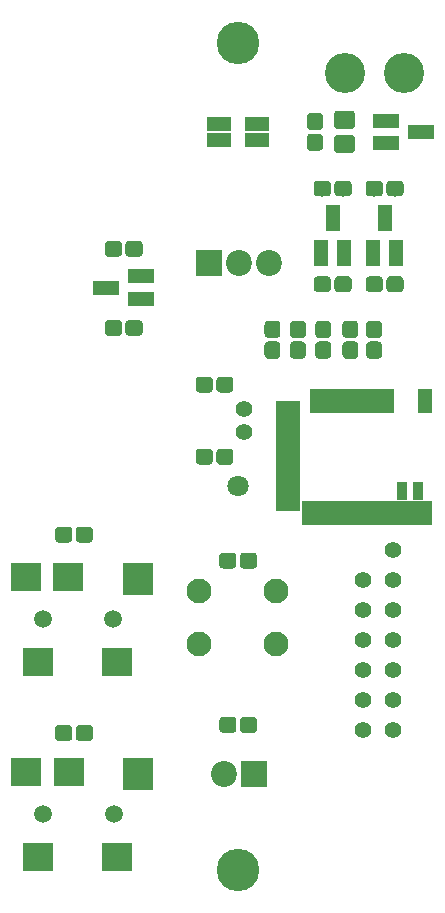
<source format=gts>
G04 #@! TF.GenerationSoftware,KiCad,Pcbnew,5.0.0-fee4fd1~66~ubuntu16.04.1*
G04 #@! TF.CreationDate,2018-09-26T19:19:20+05:30*
G04 #@! TF.ProjectId,senseBeRx_rev1,73656E7365426552785F726576312E6B,rev?*
G04 #@! TF.SameCoordinates,Original*
G04 #@! TF.FileFunction,Soldermask,Top*
G04 #@! TF.FilePolarity,Negative*
%FSLAX46Y46*%
G04 Gerber Fmt 4.6, Leading zero omitted, Abs format (unit mm)*
G04 Created by KiCad (PCBNEW 5.0.0-fee4fd1~66~ubuntu16.04.1) date Wed Sep 26 19:19:20 2018*
%MOMM*%
%LPD*%
G01*
G04 APERTURE LIST*
%ADD10C,1.400000*%
%ADD11C,1.800000*%
%ADD12C,3.400000*%
%ADD13R,2.600000X2.400000*%
%ADD14R,2.600000X2.800000*%
%ADD15C,1.500000*%
%ADD16C,0.100000*%
%ADD17C,1.350000*%
%ADD18R,2.000000X1.200000*%
%ADD19R,2.200000X2.200000*%
%ADD20C,2.200000*%
%ADD21C,3.600000*%
%ADD22R,2.300000X1.200000*%
%ADD23R,1.200000X2.300000*%
%ADD24C,2.100000*%
%ADD25R,0.900000X1.600000*%
%ADD26R,1.300000X2.000000*%
%ADD27R,0.900000X2.000000*%
%ADD28R,2.000000X0.900000*%
%ADD29C,1.550000*%
G04 APERTURE END LIST*
D10*
G04 #@! TO.C,P1*
X133070000Y-117880000D03*
X130530000Y-133120000D03*
X133070000Y-130580000D03*
X133070000Y-128040000D03*
X133070000Y-125500000D03*
X133070000Y-122960000D03*
X133070000Y-120420000D03*
X130530000Y-120420000D03*
X130530000Y-122960000D03*
X130530000Y-125500000D03*
X130530000Y-128040000D03*
X130530000Y-130580000D03*
X133070000Y-133120000D03*
G04 #@! TD*
D11*
G04 #@! TO.C,BT1*
X120000000Y-112500000D03*
D12*
X134000000Y-77500000D03*
X129000000Y-77500000D03*
G04 #@! TD*
D13*
G04 #@! TO.C,J2*
X103050000Y-143870000D03*
X109750000Y-143870000D03*
X102050000Y-136670000D03*
X105650000Y-136670000D03*
D14*
X111550000Y-136870000D03*
D15*
X109450000Y-140270000D03*
X103450000Y-140270000D03*
G04 #@! TD*
D16*
G04 #@! TO.C,R9*
G36*
X107395581Y-132726625D02*
X107428343Y-132731485D01*
X107460471Y-132739533D01*
X107491656Y-132750691D01*
X107521596Y-132764852D01*
X107550005Y-132781879D01*
X107576608Y-132801609D01*
X107601149Y-132823851D01*
X107623391Y-132848392D01*
X107643121Y-132874995D01*
X107660148Y-132903404D01*
X107674309Y-132933344D01*
X107685467Y-132964529D01*
X107693515Y-132996657D01*
X107698375Y-133029419D01*
X107700000Y-133062500D01*
X107700000Y-133737500D01*
X107698375Y-133770581D01*
X107693515Y-133803343D01*
X107685467Y-133835471D01*
X107674309Y-133866656D01*
X107660148Y-133896596D01*
X107643121Y-133925005D01*
X107623391Y-133951608D01*
X107601149Y-133976149D01*
X107576608Y-133998391D01*
X107550005Y-134018121D01*
X107521596Y-134035148D01*
X107491656Y-134049309D01*
X107460471Y-134060467D01*
X107428343Y-134068515D01*
X107395581Y-134073375D01*
X107362500Y-134075000D01*
X106587500Y-134075000D01*
X106554419Y-134073375D01*
X106521657Y-134068515D01*
X106489529Y-134060467D01*
X106458344Y-134049309D01*
X106428404Y-134035148D01*
X106399995Y-134018121D01*
X106373392Y-133998391D01*
X106348851Y-133976149D01*
X106326609Y-133951608D01*
X106306879Y-133925005D01*
X106289852Y-133896596D01*
X106275691Y-133866656D01*
X106264533Y-133835471D01*
X106256485Y-133803343D01*
X106251625Y-133770581D01*
X106250000Y-133737500D01*
X106250000Y-133062500D01*
X106251625Y-133029419D01*
X106256485Y-132996657D01*
X106264533Y-132964529D01*
X106275691Y-132933344D01*
X106289852Y-132903404D01*
X106306879Y-132874995D01*
X106326609Y-132848392D01*
X106348851Y-132823851D01*
X106373392Y-132801609D01*
X106399995Y-132781879D01*
X106428404Y-132764852D01*
X106458344Y-132750691D01*
X106489529Y-132739533D01*
X106521657Y-132731485D01*
X106554419Y-132726625D01*
X106587500Y-132725000D01*
X107362500Y-132725000D01*
X107395581Y-132726625D01*
X107395581Y-132726625D01*
G37*
D17*
X106975000Y-133400000D03*
D16*
G36*
X105645581Y-132726625D02*
X105678343Y-132731485D01*
X105710471Y-132739533D01*
X105741656Y-132750691D01*
X105771596Y-132764852D01*
X105800005Y-132781879D01*
X105826608Y-132801609D01*
X105851149Y-132823851D01*
X105873391Y-132848392D01*
X105893121Y-132874995D01*
X105910148Y-132903404D01*
X105924309Y-132933344D01*
X105935467Y-132964529D01*
X105943515Y-132996657D01*
X105948375Y-133029419D01*
X105950000Y-133062500D01*
X105950000Y-133737500D01*
X105948375Y-133770581D01*
X105943515Y-133803343D01*
X105935467Y-133835471D01*
X105924309Y-133866656D01*
X105910148Y-133896596D01*
X105893121Y-133925005D01*
X105873391Y-133951608D01*
X105851149Y-133976149D01*
X105826608Y-133998391D01*
X105800005Y-134018121D01*
X105771596Y-134035148D01*
X105741656Y-134049309D01*
X105710471Y-134060467D01*
X105678343Y-134068515D01*
X105645581Y-134073375D01*
X105612500Y-134075000D01*
X104837500Y-134075000D01*
X104804419Y-134073375D01*
X104771657Y-134068515D01*
X104739529Y-134060467D01*
X104708344Y-134049309D01*
X104678404Y-134035148D01*
X104649995Y-134018121D01*
X104623392Y-133998391D01*
X104598851Y-133976149D01*
X104576609Y-133951608D01*
X104556879Y-133925005D01*
X104539852Y-133896596D01*
X104525691Y-133866656D01*
X104514533Y-133835471D01*
X104506485Y-133803343D01*
X104501625Y-133770581D01*
X104500000Y-133737500D01*
X104500000Y-133062500D01*
X104501625Y-133029419D01*
X104506485Y-132996657D01*
X104514533Y-132964529D01*
X104525691Y-132933344D01*
X104539852Y-132903404D01*
X104556879Y-132874995D01*
X104576609Y-132848392D01*
X104598851Y-132823851D01*
X104623392Y-132801609D01*
X104649995Y-132781879D01*
X104678404Y-132764852D01*
X104708344Y-132750691D01*
X104739529Y-132739533D01*
X104771657Y-132731485D01*
X104804419Y-132726625D01*
X104837500Y-132725000D01*
X105612500Y-132725000D01*
X105645581Y-132726625D01*
X105645581Y-132726625D01*
G37*
D17*
X105225000Y-133400000D03*
G04 #@! TD*
D15*
G04 #@! TO.C,J1*
X103430000Y-123770000D03*
X109430000Y-123770000D03*
D14*
X111530000Y-120370000D03*
D13*
X105630000Y-120170000D03*
X102030000Y-120170000D03*
X109730000Y-127370000D03*
X103030000Y-127370000D03*
G04 #@! TD*
D18*
G04 #@! TO.C,D1*
X118400000Y-81800000D03*
X121600000Y-81800000D03*
X121600000Y-83200000D03*
X118400000Y-83200000D03*
G04 #@! TD*
D19*
G04 #@! TO.C,D2*
X121300000Y-136900000D03*
D20*
X118760000Y-136900000D03*
G04 #@! TD*
D21*
G04 #@! TO.C,*
X120000000Y-75000000D03*
G04 #@! TD*
G04 #@! TO.C,*
X120000000Y-145000000D03*
G04 #@! TD*
D22*
G04 #@! TO.C,Q1*
X132500000Y-81550000D03*
X132500000Y-83450000D03*
X135500000Y-82500000D03*
G04 #@! TD*
D23*
G04 #@! TO.C,Q2*
X131450000Y-92800000D03*
X133350000Y-92800000D03*
X132400000Y-89800000D03*
G04 #@! TD*
G04 #@! TO.C,Q3*
X128000000Y-89800000D03*
X128950000Y-92800000D03*
X127050000Y-92800000D03*
G04 #@! TD*
D22*
G04 #@! TO.C,Q4*
X108800000Y-95700000D03*
X111800000Y-94750000D03*
X111800000Y-96650000D03*
G04 #@! TD*
D24*
G04 #@! TO.C,SW1*
X116700000Y-121400000D03*
X123200000Y-121400000D03*
X116700000Y-125900000D03*
X123200000Y-125900000D03*
G04 #@! TD*
D25*
G04 #@! TO.C,U1*
X133850000Y-112900000D03*
X135250000Y-112900000D03*
D26*
X135800000Y-114750000D03*
D27*
X134900000Y-114750000D03*
X134200000Y-114750000D03*
X133500000Y-114750000D03*
X132800000Y-114750000D03*
X132100000Y-114750000D03*
X131400000Y-114750000D03*
X130700000Y-114750000D03*
X130000000Y-114750000D03*
X129300000Y-114750000D03*
X128600000Y-114750000D03*
X127900000Y-114750000D03*
X127200000Y-114750000D03*
X126500000Y-114750000D03*
X125800000Y-114750000D03*
D28*
X124250000Y-114200000D03*
X124250000Y-113500000D03*
X124250000Y-112800000D03*
X124250000Y-112100000D03*
X124250000Y-111400000D03*
X124250000Y-110700000D03*
X124250000Y-110000000D03*
X124250000Y-109300000D03*
X124250000Y-108600000D03*
X124250000Y-107900000D03*
X124250000Y-107200000D03*
X124250000Y-106500000D03*
D27*
X126500000Y-105250000D03*
X127200000Y-105250000D03*
X127900000Y-105250000D03*
X128600000Y-105250000D03*
X129300000Y-105250000D03*
X130000000Y-105250000D03*
X130700000Y-105250000D03*
X131400000Y-105250000D03*
X132100000Y-105250000D03*
D26*
X135800000Y-105250000D03*
D27*
X132800000Y-105250000D03*
D28*
X124250000Y-105700000D03*
G04 #@! TD*
D10*
G04 #@! TO.C,Y1*
X120500000Y-106000000D03*
X120500000Y-107900000D03*
G04 #@! TD*
D16*
G04 #@! TO.C,C1*
G36*
X131870581Y-98501625D02*
X131903343Y-98506485D01*
X131935471Y-98514533D01*
X131966656Y-98525691D01*
X131996596Y-98539852D01*
X132025005Y-98556879D01*
X132051608Y-98576609D01*
X132076149Y-98598851D01*
X132098391Y-98623392D01*
X132118121Y-98649995D01*
X132135148Y-98678404D01*
X132149309Y-98708344D01*
X132160467Y-98739529D01*
X132168515Y-98771657D01*
X132173375Y-98804419D01*
X132175000Y-98837500D01*
X132175000Y-99612500D01*
X132173375Y-99645581D01*
X132168515Y-99678343D01*
X132160467Y-99710471D01*
X132149309Y-99741656D01*
X132135148Y-99771596D01*
X132118121Y-99800005D01*
X132098391Y-99826608D01*
X132076149Y-99851149D01*
X132051608Y-99873391D01*
X132025005Y-99893121D01*
X131996596Y-99910148D01*
X131966656Y-99924309D01*
X131935471Y-99935467D01*
X131903343Y-99943515D01*
X131870581Y-99948375D01*
X131837500Y-99950000D01*
X131162500Y-99950000D01*
X131129419Y-99948375D01*
X131096657Y-99943515D01*
X131064529Y-99935467D01*
X131033344Y-99924309D01*
X131003404Y-99910148D01*
X130974995Y-99893121D01*
X130948392Y-99873391D01*
X130923851Y-99851149D01*
X130901609Y-99826608D01*
X130881879Y-99800005D01*
X130864852Y-99771596D01*
X130850691Y-99741656D01*
X130839533Y-99710471D01*
X130831485Y-99678343D01*
X130826625Y-99645581D01*
X130825000Y-99612500D01*
X130825000Y-98837500D01*
X130826625Y-98804419D01*
X130831485Y-98771657D01*
X130839533Y-98739529D01*
X130850691Y-98708344D01*
X130864852Y-98678404D01*
X130881879Y-98649995D01*
X130901609Y-98623392D01*
X130923851Y-98598851D01*
X130948392Y-98576609D01*
X130974995Y-98556879D01*
X131003404Y-98539852D01*
X131033344Y-98525691D01*
X131064529Y-98514533D01*
X131096657Y-98506485D01*
X131129419Y-98501625D01*
X131162500Y-98500000D01*
X131837500Y-98500000D01*
X131870581Y-98501625D01*
X131870581Y-98501625D01*
G37*
D17*
X131500000Y-99225000D03*
D16*
G36*
X131870581Y-100251625D02*
X131903343Y-100256485D01*
X131935471Y-100264533D01*
X131966656Y-100275691D01*
X131996596Y-100289852D01*
X132025005Y-100306879D01*
X132051608Y-100326609D01*
X132076149Y-100348851D01*
X132098391Y-100373392D01*
X132118121Y-100399995D01*
X132135148Y-100428404D01*
X132149309Y-100458344D01*
X132160467Y-100489529D01*
X132168515Y-100521657D01*
X132173375Y-100554419D01*
X132175000Y-100587500D01*
X132175000Y-101362500D01*
X132173375Y-101395581D01*
X132168515Y-101428343D01*
X132160467Y-101460471D01*
X132149309Y-101491656D01*
X132135148Y-101521596D01*
X132118121Y-101550005D01*
X132098391Y-101576608D01*
X132076149Y-101601149D01*
X132051608Y-101623391D01*
X132025005Y-101643121D01*
X131996596Y-101660148D01*
X131966656Y-101674309D01*
X131935471Y-101685467D01*
X131903343Y-101693515D01*
X131870581Y-101698375D01*
X131837500Y-101700000D01*
X131162500Y-101700000D01*
X131129419Y-101698375D01*
X131096657Y-101693515D01*
X131064529Y-101685467D01*
X131033344Y-101674309D01*
X131003404Y-101660148D01*
X130974995Y-101643121D01*
X130948392Y-101623391D01*
X130923851Y-101601149D01*
X130901609Y-101576608D01*
X130881879Y-101550005D01*
X130864852Y-101521596D01*
X130850691Y-101491656D01*
X130839533Y-101460471D01*
X130831485Y-101428343D01*
X130826625Y-101395581D01*
X130825000Y-101362500D01*
X130825000Y-100587500D01*
X130826625Y-100554419D01*
X130831485Y-100521657D01*
X130839533Y-100489529D01*
X130850691Y-100458344D01*
X130864852Y-100428404D01*
X130881879Y-100399995D01*
X130901609Y-100373392D01*
X130923851Y-100348851D01*
X130948392Y-100326609D01*
X130974995Y-100306879D01*
X131003404Y-100289852D01*
X131033344Y-100275691D01*
X131064529Y-100264533D01*
X131096657Y-100256485D01*
X131129419Y-100251625D01*
X131162500Y-100250000D01*
X131837500Y-100250000D01*
X131870581Y-100251625D01*
X131870581Y-100251625D01*
G37*
D17*
X131500000Y-100975000D03*
G04 #@! TD*
D16*
G04 #@! TO.C,C2*
G36*
X129596071Y-82751623D02*
X129628781Y-82756475D01*
X129660857Y-82764509D01*
X129691991Y-82775649D01*
X129721884Y-82789787D01*
X129750247Y-82806787D01*
X129776807Y-82826485D01*
X129801308Y-82848692D01*
X129823515Y-82873193D01*
X129843213Y-82899753D01*
X129860213Y-82928116D01*
X129874351Y-82958009D01*
X129885491Y-82989143D01*
X129893525Y-83021219D01*
X129898377Y-83053929D01*
X129900000Y-83086956D01*
X129900000Y-83963044D01*
X129898377Y-83996071D01*
X129893525Y-84028781D01*
X129885491Y-84060857D01*
X129874351Y-84091991D01*
X129860213Y-84121884D01*
X129843213Y-84150247D01*
X129823515Y-84176807D01*
X129801308Y-84201308D01*
X129776807Y-84223515D01*
X129750247Y-84243213D01*
X129721884Y-84260213D01*
X129691991Y-84274351D01*
X129660857Y-84285491D01*
X129628781Y-84293525D01*
X129596071Y-84298377D01*
X129563044Y-84300000D01*
X128436956Y-84300000D01*
X128403929Y-84298377D01*
X128371219Y-84293525D01*
X128339143Y-84285491D01*
X128308009Y-84274351D01*
X128278116Y-84260213D01*
X128249753Y-84243213D01*
X128223193Y-84223515D01*
X128198692Y-84201308D01*
X128176485Y-84176807D01*
X128156787Y-84150247D01*
X128139787Y-84121884D01*
X128125649Y-84091991D01*
X128114509Y-84060857D01*
X128106475Y-84028781D01*
X128101623Y-83996071D01*
X128100000Y-83963044D01*
X128100000Y-83086956D01*
X128101623Y-83053929D01*
X128106475Y-83021219D01*
X128114509Y-82989143D01*
X128125649Y-82958009D01*
X128139787Y-82928116D01*
X128156787Y-82899753D01*
X128176485Y-82873193D01*
X128198692Y-82848692D01*
X128223193Y-82826485D01*
X128249753Y-82806787D01*
X128278116Y-82789787D01*
X128308009Y-82775649D01*
X128339143Y-82764509D01*
X128371219Y-82756475D01*
X128403929Y-82751623D01*
X128436956Y-82750000D01*
X129563044Y-82750000D01*
X129596071Y-82751623D01*
X129596071Y-82751623D01*
G37*
D29*
X129000000Y-83525000D03*
D16*
G36*
X129596071Y-80701623D02*
X129628781Y-80706475D01*
X129660857Y-80714509D01*
X129691991Y-80725649D01*
X129721884Y-80739787D01*
X129750247Y-80756787D01*
X129776807Y-80776485D01*
X129801308Y-80798692D01*
X129823515Y-80823193D01*
X129843213Y-80849753D01*
X129860213Y-80878116D01*
X129874351Y-80908009D01*
X129885491Y-80939143D01*
X129893525Y-80971219D01*
X129898377Y-81003929D01*
X129900000Y-81036956D01*
X129900000Y-81913044D01*
X129898377Y-81946071D01*
X129893525Y-81978781D01*
X129885491Y-82010857D01*
X129874351Y-82041991D01*
X129860213Y-82071884D01*
X129843213Y-82100247D01*
X129823515Y-82126807D01*
X129801308Y-82151308D01*
X129776807Y-82173515D01*
X129750247Y-82193213D01*
X129721884Y-82210213D01*
X129691991Y-82224351D01*
X129660857Y-82235491D01*
X129628781Y-82243525D01*
X129596071Y-82248377D01*
X129563044Y-82250000D01*
X128436956Y-82250000D01*
X128403929Y-82248377D01*
X128371219Y-82243525D01*
X128339143Y-82235491D01*
X128308009Y-82224351D01*
X128278116Y-82210213D01*
X128249753Y-82193213D01*
X128223193Y-82173515D01*
X128198692Y-82151308D01*
X128176485Y-82126807D01*
X128156787Y-82100247D01*
X128139787Y-82071884D01*
X128125649Y-82041991D01*
X128114509Y-82010857D01*
X128106475Y-81978781D01*
X128101623Y-81946071D01*
X128100000Y-81913044D01*
X128100000Y-81036956D01*
X128101623Y-81003929D01*
X128106475Y-80971219D01*
X128114509Y-80939143D01*
X128125649Y-80908009D01*
X128139787Y-80878116D01*
X128156787Y-80849753D01*
X128176485Y-80823193D01*
X128198692Y-80798692D01*
X128223193Y-80776485D01*
X128249753Y-80756787D01*
X128278116Y-80739787D01*
X128308009Y-80725649D01*
X128339143Y-80714509D01*
X128371219Y-80706475D01*
X128403929Y-80701623D01*
X128436956Y-80700000D01*
X129563044Y-80700000D01*
X129596071Y-80701623D01*
X129596071Y-80701623D01*
G37*
D29*
X129000000Y-81475000D03*
G04 #@! TD*
D16*
G04 #@! TO.C,C3*
G36*
X125420581Y-98501625D02*
X125453343Y-98506485D01*
X125485471Y-98514533D01*
X125516656Y-98525691D01*
X125546596Y-98539852D01*
X125575005Y-98556879D01*
X125601608Y-98576609D01*
X125626149Y-98598851D01*
X125648391Y-98623392D01*
X125668121Y-98649995D01*
X125685148Y-98678404D01*
X125699309Y-98708344D01*
X125710467Y-98739529D01*
X125718515Y-98771657D01*
X125723375Y-98804419D01*
X125725000Y-98837500D01*
X125725000Y-99612500D01*
X125723375Y-99645581D01*
X125718515Y-99678343D01*
X125710467Y-99710471D01*
X125699309Y-99741656D01*
X125685148Y-99771596D01*
X125668121Y-99800005D01*
X125648391Y-99826608D01*
X125626149Y-99851149D01*
X125601608Y-99873391D01*
X125575005Y-99893121D01*
X125546596Y-99910148D01*
X125516656Y-99924309D01*
X125485471Y-99935467D01*
X125453343Y-99943515D01*
X125420581Y-99948375D01*
X125387500Y-99950000D01*
X124712500Y-99950000D01*
X124679419Y-99948375D01*
X124646657Y-99943515D01*
X124614529Y-99935467D01*
X124583344Y-99924309D01*
X124553404Y-99910148D01*
X124524995Y-99893121D01*
X124498392Y-99873391D01*
X124473851Y-99851149D01*
X124451609Y-99826608D01*
X124431879Y-99800005D01*
X124414852Y-99771596D01*
X124400691Y-99741656D01*
X124389533Y-99710471D01*
X124381485Y-99678343D01*
X124376625Y-99645581D01*
X124375000Y-99612500D01*
X124375000Y-98837500D01*
X124376625Y-98804419D01*
X124381485Y-98771657D01*
X124389533Y-98739529D01*
X124400691Y-98708344D01*
X124414852Y-98678404D01*
X124431879Y-98649995D01*
X124451609Y-98623392D01*
X124473851Y-98598851D01*
X124498392Y-98576609D01*
X124524995Y-98556879D01*
X124553404Y-98539852D01*
X124583344Y-98525691D01*
X124614529Y-98514533D01*
X124646657Y-98506485D01*
X124679419Y-98501625D01*
X124712500Y-98500000D01*
X125387500Y-98500000D01*
X125420581Y-98501625D01*
X125420581Y-98501625D01*
G37*
D17*
X125050000Y-99225000D03*
D16*
G36*
X125420581Y-100251625D02*
X125453343Y-100256485D01*
X125485471Y-100264533D01*
X125516656Y-100275691D01*
X125546596Y-100289852D01*
X125575005Y-100306879D01*
X125601608Y-100326609D01*
X125626149Y-100348851D01*
X125648391Y-100373392D01*
X125668121Y-100399995D01*
X125685148Y-100428404D01*
X125699309Y-100458344D01*
X125710467Y-100489529D01*
X125718515Y-100521657D01*
X125723375Y-100554419D01*
X125725000Y-100587500D01*
X125725000Y-101362500D01*
X125723375Y-101395581D01*
X125718515Y-101428343D01*
X125710467Y-101460471D01*
X125699309Y-101491656D01*
X125685148Y-101521596D01*
X125668121Y-101550005D01*
X125648391Y-101576608D01*
X125626149Y-101601149D01*
X125601608Y-101623391D01*
X125575005Y-101643121D01*
X125546596Y-101660148D01*
X125516656Y-101674309D01*
X125485471Y-101685467D01*
X125453343Y-101693515D01*
X125420581Y-101698375D01*
X125387500Y-101700000D01*
X124712500Y-101700000D01*
X124679419Y-101698375D01*
X124646657Y-101693515D01*
X124614529Y-101685467D01*
X124583344Y-101674309D01*
X124553404Y-101660148D01*
X124524995Y-101643121D01*
X124498392Y-101623391D01*
X124473851Y-101601149D01*
X124451609Y-101576608D01*
X124431879Y-101550005D01*
X124414852Y-101521596D01*
X124400691Y-101491656D01*
X124389533Y-101460471D01*
X124381485Y-101428343D01*
X124376625Y-101395581D01*
X124375000Y-101362500D01*
X124375000Y-100587500D01*
X124376625Y-100554419D01*
X124381485Y-100521657D01*
X124389533Y-100489529D01*
X124400691Y-100458344D01*
X124414852Y-100428404D01*
X124431879Y-100399995D01*
X124451609Y-100373392D01*
X124473851Y-100348851D01*
X124498392Y-100326609D01*
X124524995Y-100306879D01*
X124553404Y-100289852D01*
X124583344Y-100275691D01*
X124614529Y-100264533D01*
X124646657Y-100256485D01*
X124679419Y-100251625D01*
X124712500Y-100250000D01*
X125387500Y-100250000D01*
X125420581Y-100251625D01*
X125420581Y-100251625D01*
G37*
D17*
X125050000Y-100975000D03*
G04 #@! TD*
D16*
G04 #@! TO.C,C4*
G36*
X119295581Y-103226625D02*
X119328343Y-103231485D01*
X119360471Y-103239533D01*
X119391656Y-103250691D01*
X119421596Y-103264852D01*
X119450005Y-103281879D01*
X119476608Y-103301609D01*
X119501149Y-103323851D01*
X119523391Y-103348392D01*
X119543121Y-103374995D01*
X119560148Y-103403404D01*
X119574309Y-103433344D01*
X119585467Y-103464529D01*
X119593515Y-103496657D01*
X119598375Y-103529419D01*
X119600000Y-103562500D01*
X119600000Y-104237500D01*
X119598375Y-104270581D01*
X119593515Y-104303343D01*
X119585467Y-104335471D01*
X119574309Y-104366656D01*
X119560148Y-104396596D01*
X119543121Y-104425005D01*
X119523391Y-104451608D01*
X119501149Y-104476149D01*
X119476608Y-104498391D01*
X119450005Y-104518121D01*
X119421596Y-104535148D01*
X119391656Y-104549309D01*
X119360471Y-104560467D01*
X119328343Y-104568515D01*
X119295581Y-104573375D01*
X119262500Y-104575000D01*
X118487500Y-104575000D01*
X118454419Y-104573375D01*
X118421657Y-104568515D01*
X118389529Y-104560467D01*
X118358344Y-104549309D01*
X118328404Y-104535148D01*
X118299995Y-104518121D01*
X118273392Y-104498391D01*
X118248851Y-104476149D01*
X118226609Y-104451608D01*
X118206879Y-104425005D01*
X118189852Y-104396596D01*
X118175691Y-104366656D01*
X118164533Y-104335471D01*
X118156485Y-104303343D01*
X118151625Y-104270581D01*
X118150000Y-104237500D01*
X118150000Y-103562500D01*
X118151625Y-103529419D01*
X118156485Y-103496657D01*
X118164533Y-103464529D01*
X118175691Y-103433344D01*
X118189852Y-103403404D01*
X118206879Y-103374995D01*
X118226609Y-103348392D01*
X118248851Y-103323851D01*
X118273392Y-103301609D01*
X118299995Y-103281879D01*
X118328404Y-103264852D01*
X118358344Y-103250691D01*
X118389529Y-103239533D01*
X118421657Y-103231485D01*
X118454419Y-103226625D01*
X118487500Y-103225000D01*
X119262500Y-103225000D01*
X119295581Y-103226625D01*
X119295581Y-103226625D01*
G37*
D17*
X118875000Y-103900000D03*
D16*
G36*
X117545581Y-103226625D02*
X117578343Y-103231485D01*
X117610471Y-103239533D01*
X117641656Y-103250691D01*
X117671596Y-103264852D01*
X117700005Y-103281879D01*
X117726608Y-103301609D01*
X117751149Y-103323851D01*
X117773391Y-103348392D01*
X117793121Y-103374995D01*
X117810148Y-103403404D01*
X117824309Y-103433344D01*
X117835467Y-103464529D01*
X117843515Y-103496657D01*
X117848375Y-103529419D01*
X117850000Y-103562500D01*
X117850000Y-104237500D01*
X117848375Y-104270581D01*
X117843515Y-104303343D01*
X117835467Y-104335471D01*
X117824309Y-104366656D01*
X117810148Y-104396596D01*
X117793121Y-104425005D01*
X117773391Y-104451608D01*
X117751149Y-104476149D01*
X117726608Y-104498391D01*
X117700005Y-104518121D01*
X117671596Y-104535148D01*
X117641656Y-104549309D01*
X117610471Y-104560467D01*
X117578343Y-104568515D01*
X117545581Y-104573375D01*
X117512500Y-104575000D01*
X116737500Y-104575000D01*
X116704419Y-104573375D01*
X116671657Y-104568515D01*
X116639529Y-104560467D01*
X116608344Y-104549309D01*
X116578404Y-104535148D01*
X116549995Y-104518121D01*
X116523392Y-104498391D01*
X116498851Y-104476149D01*
X116476609Y-104451608D01*
X116456879Y-104425005D01*
X116439852Y-104396596D01*
X116425691Y-104366656D01*
X116414533Y-104335471D01*
X116406485Y-104303343D01*
X116401625Y-104270581D01*
X116400000Y-104237500D01*
X116400000Y-103562500D01*
X116401625Y-103529419D01*
X116406485Y-103496657D01*
X116414533Y-103464529D01*
X116425691Y-103433344D01*
X116439852Y-103403404D01*
X116456879Y-103374995D01*
X116476609Y-103348392D01*
X116498851Y-103323851D01*
X116523392Y-103301609D01*
X116549995Y-103281879D01*
X116578404Y-103264852D01*
X116608344Y-103250691D01*
X116639529Y-103239533D01*
X116671657Y-103231485D01*
X116704419Y-103226625D01*
X116737500Y-103225000D01*
X117512500Y-103225000D01*
X117545581Y-103226625D01*
X117545581Y-103226625D01*
G37*
D17*
X117125000Y-103900000D03*
G04 #@! TD*
D16*
G04 #@! TO.C,C5*
G36*
X123270581Y-100251625D02*
X123303343Y-100256485D01*
X123335471Y-100264533D01*
X123366656Y-100275691D01*
X123396596Y-100289852D01*
X123425005Y-100306879D01*
X123451608Y-100326609D01*
X123476149Y-100348851D01*
X123498391Y-100373392D01*
X123518121Y-100399995D01*
X123535148Y-100428404D01*
X123549309Y-100458344D01*
X123560467Y-100489529D01*
X123568515Y-100521657D01*
X123573375Y-100554419D01*
X123575000Y-100587500D01*
X123575000Y-101362500D01*
X123573375Y-101395581D01*
X123568515Y-101428343D01*
X123560467Y-101460471D01*
X123549309Y-101491656D01*
X123535148Y-101521596D01*
X123518121Y-101550005D01*
X123498391Y-101576608D01*
X123476149Y-101601149D01*
X123451608Y-101623391D01*
X123425005Y-101643121D01*
X123396596Y-101660148D01*
X123366656Y-101674309D01*
X123335471Y-101685467D01*
X123303343Y-101693515D01*
X123270581Y-101698375D01*
X123237500Y-101700000D01*
X122562500Y-101700000D01*
X122529419Y-101698375D01*
X122496657Y-101693515D01*
X122464529Y-101685467D01*
X122433344Y-101674309D01*
X122403404Y-101660148D01*
X122374995Y-101643121D01*
X122348392Y-101623391D01*
X122323851Y-101601149D01*
X122301609Y-101576608D01*
X122281879Y-101550005D01*
X122264852Y-101521596D01*
X122250691Y-101491656D01*
X122239533Y-101460471D01*
X122231485Y-101428343D01*
X122226625Y-101395581D01*
X122225000Y-101362500D01*
X122225000Y-100587500D01*
X122226625Y-100554419D01*
X122231485Y-100521657D01*
X122239533Y-100489529D01*
X122250691Y-100458344D01*
X122264852Y-100428404D01*
X122281879Y-100399995D01*
X122301609Y-100373392D01*
X122323851Y-100348851D01*
X122348392Y-100326609D01*
X122374995Y-100306879D01*
X122403404Y-100289852D01*
X122433344Y-100275691D01*
X122464529Y-100264533D01*
X122496657Y-100256485D01*
X122529419Y-100251625D01*
X122562500Y-100250000D01*
X123237500Y-100250000D01*
X123270581Y-100251625D01*
X123270581Y-100251625D01*
G37*
D17*
X122900000Y-100975000D03*
D16*
G36*
X123270581Y-98501625D02*
X123303343Y-98506485D01*
X123335471Y-98514533D01*
X123366656Y-98525691D01*
X123396596Y-98539852D01*
X123425005Y-98556879D01*
X123451608Y-98576609D01*
X123476149Y-98598851D01*
X123498391Y-98623392D01*
X123518121Y-98649995D01*
X123535148Y-98678404D01*
X123549309Y-98708344D01*
X123560467Y-98739529D01*
X123568515Y-98771657D01*
X123573375Y-98804419D01*
X123575000Y-98837500D01*
X123575000Y-99612500D01*
X123573375Y-99645581D01*
X123568515Y-99678343D01*
X123560467Y-99710471D01*
X123549309Y-99741656D01*
X123535148Y-99771596D01*
X123518121Y-99800005D01*
X123498391Y-99826608D01*
X123476149Y-99851149D01*
X123451608Y-99873391D01*
X123425005Y-99893121D01*
X123396596Y-99910148D01*
X123366656Y-99924309D01*
X123335471Y-99935467D01*
X123303343Y-99943515D01*
X123270581Y-99948375D01*
X123237500Y-99950000D01*
X122562500Y-99950000D01*
X122529419Y-99948375D01*
X122496657Y-99943515D01*
X122464529Y-99935467D01*
X122433344Y-99924309D01*
X122403404Y-99910148D01*
X122374995Y-99893121D01*
X122348392Y-99873391D01*
X122323851Y-99851149D01*
X122301609Y-99826608D01*
X122281879Y-99800005D01*
X122264852Y-99771596D01*
X122250691Y-99741656D01*
X122239533Y-99710471D01*
X122231485Y-99678343D01*
X122226625Y-99645581D01*
X122225000Y-99612500D01*
X122225000Y-98837500D01*
X122226625Y-98804419D01*
X122231485Y-98771657D01*
X122239533Y-98739529D01*
X122250691Y-98708344D01*
X122264852Y-98678404D01*
X122281879Y-98649995D01*
X122301609Y-98623392D01*
X122323851Y-98598851D01*
X122348392Y-98576609D01*
X122374995Y-98556879D01*
X122403404Y-98539852D01*
X122433344Y-98525691D01*
X122464529Y-98514533D01*
X122496657Y-98506485D01*
X122529419Y-98501625D01*
X122562500Y-98500000D01*
X123237500Y-98500000D01*
X123270581Y-98501625D01*
X123270581Y-98501625D01*
G37*
D17*
X122900000Y-99225000D03*
G04 #@! TD*
D16*
G04 #@! TO.C,C6*
G36*
X117545581Y-109326625D02*
X117578343Y-109331485D01*
X117610471Y-109339533D01*
X117641656Y-109350691D01*
X117671596Y-109364852D01*
X117700005Y-109381879D01*
X117726608Y-109401609D01*
X117751149Y-109423851D01*
X117773391Y-109448392D01*
X117793121Y-109474995D01*
X117810148Y-109503404D01*
X117824309Y-109533344D01*
X117835467Y-109564529D01*
X117843515Y-109596657D01*
X117848375Y-109629419D01*
X117850000Y-109662500D01*
X117850000Y-110337500D01*
X117848375Y-110370581D01*
X117843515Y-110403343D01*
X117835467Y-110435471D01*
X117824309Y-110466656D01*
X117810148Y-110496596D01*
X117793121Y-110525005D01*
X117773391Y-110551608D01*
X117751149Y-110576149D01*
X117726608Y-110598391D01*
X117700005Y-110618121D01*
X117671596Y-110635148D01*
X117641656Y-110649309D01*
X117610471Y-110660467D01*
X117578343Y-110668515D01*
X117545581Y-110673375D01*
X117512500Y-110675000D01*
X116737500Y-110675000D01*
X116704419Y-110673375D01*
X116671657Y-110668515D01*
X116639529Y-110660467D01*
X116608344Y-110649309D01*
X116578404Y-110635148D01*
X116549995Y-110618121D01*
X116523392Y-110598391D01*
X116498851Y-110576149D01*
X116476609Y-110551608D01*
X116456879Y-110525005D01*
X116439852Y-110496596D01*
X116425691Y-110466656D01*
X116414533Y-110435471D01*
X116406485Y-110403343D01*
X116401625Y-110370581D01*
X116400000Y-110337500D01*
X116400000Y-109662500D01*
X116401625Y-109629419D01*
X116406485Y-109596657D01*
X116414533Y-109564529D01*
X116425691Y-109533344D01*
X116439852Y-109503404D01*
X116456879Y-109474995D01*
X116476609Y-109448392D01*
X116498851Y-109423851D01*
X116523392Y-109401609D01*
X116549995Y-109381879D01*
X116578404Y-109364852D01*
X116608344Y-109350691D01*
X116639529Y-109339533D01*
X116671657Y-109331485D01*
X116704419Y-109326625D01*
X116737500Y-109325000D01*
X117512500Y-109325000D01*
X117545581Y-109326625D01*
X117545581Y-109326625D01*
G37*
D17*
X117125000Y-110000000D03*
D16*
G36*
X119295581Y-109326625D02*
X119328343Y-109331485D01*
X119360471Y-109339533D01*
X119391656Y-109350691D01*
X119421596Y-109364852D01*
X119450005Y-109381879D01*
X119476608Y-109401609D01*
X119501149Y-109423851D01*
X119523391Y-109448392D01*
X119543121Y-109474995D01*
X119560148Y-109503404D01*
X119574309Y-109533344D01*
X119585467Y-109564529D01*
X119593515Y-109596657D01*
X119598375Y-109629419D01*
X119600000Y-109662500D01*
X119600000Y-110337500D01*
X119598375Y-110370581D01*
X119593515Y-110403343D01*
X119585467Y-110435471D01*
X119574309Y-110466656D01*
X119560148Y-110496596D01*
X119543121Y-110525005D01*
X119523391Y-110551608D01*
X119501149Y-110576149D01*
X119476608Y-110598391D01*
X119450005Y-110618121D01*
X119421596Y-110635148D01*
X119391656Y-110649309D01*
X119360471Y-110660467D01*
X119328343Y-110668515D01*
X119295581Y-110673375D01*
X119262500Y-110675000D01*
X118487500Y-110675000D01*
X118454419Y-110673375D01*
X118421657Y-110668515D01*
X118389529Y-110660467D01*
X118358344Y-110649309D01*
X118328404Y-110635148D01*
X118299995Y-110618121D01*
X118273392Y-110598391D01*
X118248851Y-110576149D01*
X118226609Y-110551608D01*
X118206879Y-110525005D01*
X118189852Y-110496596D01*
X118175691Y-110466656D01*
X118164533Y-110435471D01*
X118156485Y-110403343D01*
X118151625Y-110370581D01*
X118150000Y-110337500D01*
X118150000Y-109662500D01*
X118151625Y-109629419D01*
X118156485Y-109596657D01*
X118164533Y-109564529D01*
X118175691Y-109533344D01*
X118189852Y-109503404D01*
X118206879Y-109474995D01*
X118226609Y-109448392D01*
X118248851Y-109423851D01*
X118273392Y-109401609D01*
X118299995Y-109381879D01*
X118328404Y-109364852D01*
X118358344Y-109350691D01*
X118389529Y-109339533D01*
X118421657Y-109331485D01*
X118454419Y-109326625D01*
X118487500Y-109325000D01*
X119262500Y-109325000D01*
X119295581Y-109326625D01*
X119295581Y-109326625D01*
G37*
D17*
X118875000Y-110000000D03*
G04 #@! TD*
D16*
G04 #@! TO.C,C7*
G36*
X126870581Y-80901625D02*
X126903343Y-80906485D01*
X126935471Y-80914533D01*
X126966656Y-80925691D01*
X126996596Y-80939852D01*
X127025005Y-80956879D01*
X127051608Y-80976609D01*
X127076149Y-80998851D01*
X127098391Y-81023392D01*
X127118121Y-81049995D01*
X127135148Y-81078404D01*
X127149309Y-81108344D01*
X127160467Y-81139529D01*
X127168515Y-81171657D01*
X127173375Y-81204419D01*
X127175000Y-81237500D01*
X127175000Y-82012500D01*
X127173375Y-82045581D01*
X127168515Y-82078343D01*
X127160467Y-82110471D01*
X127149309Y-82141656D01*
X127135148Y-82171596D01*
X127118121Y-82200005D01*
X127098391Y-82226608D01*
X127076149Y-82251149D01*
X127051608Y-82273391D01*
X127025005Y-82293121D01*
X126996596Y-82310148D01*
X126966656Y-82324309D01*
X126935471Y-82335467D01*
X126903343Y-82343515D01*
X126870581Y-82348375D01*
X126837500Y-82350000D01*
X126162500Y-82350000D01*
X126129419Y-82348375D01*
X126096657Y-82343515D01*
X126064529Y-82335467D01*
X126033344Y-82324309D01*
X126003404Y-82310148D01*
X125974995Y-82293121D01*
X125948392Y-82273391D01*
X125923851Y-82251149D01*
X125901609Y-82226608D01*
X125881879Y-82200005D01*
X125864852Y-82171596D01*
X125850691Y-82141656D01*
X125839533Y-82110471D01*
X125831485Y-82078343D01*
X125826625Y-82045581D01*
X125825000Y-82012500D01*
X125825000Y-81237500D01*
X125826625Y-81204419D01*
X125831485Y-81171657D01*
X125839533Y-81139529D01*
X125850691Y-81108344D01*
X125864852Y-81078404D01*
X125881879Y-81049995D01*
X125901609Y-81023392D01*
X125923851Y-80998851D01*
X125948392Y-80976609D01*
X125974995Y-80956879D01*
X126003404Y-80939852D01*
X126033344Y-80925691D01*
X126064529Y-80914533D01*
X126096657Y-80906485D01*
X126129419Y-80901625D01*
X126162500Y-80900000D01*
X126837500Y-80900000D01*
X126870581Y-80901625D01*
X126870581Y-80901625D01*
G37*
D17*
X126500000Y-81625000D03*
D16*
G36*
X126870581Y-82651625D02*
X126903343Y-82656485D01*
X126935471Y-82664533D01*
X126966656Y-82675691D01*
X126996596Y-82689852D01*
X127025005Y-82706879D01*
X127051608Y-82726609D01*
X127076149Y-82748851D01*
X127098391Y-82773392D01*
X127118121Y-82799995D01*
X127135148Y-82828404D01*
X127149309Y-82858344D01*
X127160467Y-82889529D01*
X127168515Y-82921657D01*
X127173375Y-82954419D01*
X127175000Y-82987500D01*
X127175000Y-83762500D01*
X127173375Y-83795581D01*
X127168515Y-83828343D01*
X127160467Y-83860471D01*
X127149309Y-83891656D01*
X127135148Y-83921596D01*
X127118121Y-83950005D01*
X127098391Y-83976608D01*
X127076149Y-84001149D01*
X127051608Y-84023391D01*
X127025005Y-84043121D01*
X126996596Y-84060148D01*
X126966656Y-84074309D01*
X126935471Y-84085467D01*
X126903343Y-84093515D01*
X126870581Y-84098375D01*
X126837500Y-84100000D01*
X126162500Y-84100000D01*
X126129419Y-84098375D01*
X126096657Y-84093515D01*
X126064529Y-84085467D01*
X126033344Y-84074309D01*
X126003404Y-84060148D01*
X125974995Y-84043121D01*
X125948392Y-84023391D01*
X125923851Y-84001149D01*
X125901609Y-83976608D01*
X125881879Y-83950005D01*
X125864852Y-83921596D01*
X125850691Y-83891656D01*
X125839533Y-83860471D01*
X125831485Y-83828343D01*
X125826625Y-83795581D01*
X125825000Y-83762500D01*
X125825000Y-82987500D01*
X125826625Y-82954419D01*
X125831485Y-82921657D01*
X125839533Y-82889529D01*
X125850691Y-82858344D01*
X125864852Y-82828404D01*
X125881879Y-82799995D01*
X125901609Y-82773392D01*
X125923851Y-82748851D01*
X125948392Y-82726609D01*
X125974995Y-82706879D01*
X126003404Y-82689852D01*
X126033344Y-82675691D01*
X126064529Y-82664533D01*
X126096657Y-82656485D01*
X126129419Y-82651625D01*
X126162500Y-82650000D01*
X126837500Y-82650000D01*
X126870581Y-82651625D01*
X126870581Y-82651625D01*
G37*
D17*
X126500000Y-83375000D03*
G04 #@! TD*
D16*
G04 #@! TO.C,C8*
G36*
X121295581Y-118126625D02*
X121328343Y-118131485D01*
X121360471Y-118139533D01*
X121391656Y-118150691D01*
X121421596Y-118164852D01*
X121450005Y-118181879D01*
X121476608Y-118201609D01*
X121501149Y-118223851D01*
X121523391Y-118248392D01*
X121543121Y-118274995D01*
X121560148Y-118303404D01*
X121574309Y-118333344D01*
X121585467Y-118364529D01*
X121593515Y-118396657D01*
X121598375Y-118429419D01*
X121600000Y-118462500D01*
X121600000Y-119137500D01*
X121598375Y-119170581D01*
X121593515Y-119203343D01*
X121585467Y-119235471D01*
X121574309Y-119266656D01*
X121560148Y-119296596D01*
X121543121Y-119325005D01*
X121523391Y-119351608D01*
X121501149Y-119376149D01*
X121476608Y-119398391D01*
X121450005Y-119418121D01*
X121421596Y-119435148D01*
X121391656Y-119449309D01*
X121360471Y-119460467D01*
X121328343Y-119468515D01*
X121295581Y-119473375D01*
X121262500Y-119475000D01*
X120487500Y-119475000D01*
X120454419Y-119473375D01*
X120421657Y-119468515D01*
X120389529Y-119460467D01*
X120358344Y-119449309D01*
X120328404Y-119435148D01*
X120299995Y-119418121D01*
X120273392Y-119398391D01*
X120248851Y-119376149D01*
X120226609Y-119351608D01*
X120206879Y-119325005D01*
X120189852Y-119296596D01*
X120175691Y-119266656D01*
X120164533Y-119235471D01*
X120156485Y-119203343D01*
X120151625Y-119170581D01*
X120150000Y-119137500D01*
X120150000Y-118462500D01*
X120151625Y-118429419D01*
X120156485Y-118396657D01*
X120164533Y-118364529D01*
X120175691Y-118333344D01*
X120189852Y-118303404D01*
X120206879Y-118274995D01*
X120226609Y-118248392D01*
X120248851Y-118223851D01*
X120273392Y-118201609D01*
X120299995Y-118181879D01*
X120328404Y-118164852D01*
X120358344Y-118150691D01*
X120389529Y-118139533D01*
X120421657Y-118131485D01*
X120454419Y-118126625D01*
X120487500Y-118125000D01*
X121262500Y-118125000D01*
X121295581Y-118126625D01*
X121295581Y-118126625D01*
G37*
D17*
X120875000Y-118800000D03*
D16*
G36*
X119545581Y-118126625D02*
X119578343Y-118131485D01*
X119610471Y-118139533D01*
X119641656Y-118150691D01*
X119671596Y-118164852D01*
X119700005Y-118181879D01*
X119726608Y-118201609D01*
X119751149Y-118223851D01*
X119773391Y-118248392D01*
X119793121Y-118274995D01*
X119810148Y-118303404D01*
X119824309Y-118333344D01*
X119835467Y-118364529D01*
X119843515Y-118396657D01*
X119848375Y-118429419D01*
X119850000Y-118462500D01*
X119850000Y-119137500D01*
X119848375Y-119170581D01*
X119843515Y-119203343D01*
X119835467Y-119235471D01*
X119824309Y-119266656D01*
X119810148Y-119296596D01*
X119793121Y-119325005D01*
X119773391Y-119351608D01*
X119751149Y-119376149D01*
X119726608Y-119398391D01*
X119700005Y-119418121D01*
X119671596Y-119435148D01*
X119641656Y-119449309D01*
X119610471Y-119460467D01*
X119578343Y-119468515D01*
X119545581Y-119473375D01*
X119512500Y-119475000D01*
X118737500Y-119475000D01*
X118704419Y-119473375D01*
X118671657Y-119468515D01*
X118639529Y-119460467D01*
X118608344Y-119449309D01*
X118578404Y-119435148D01*
X118549995Y-119418121D01*
X118523392Y-119398391D01*
X118498851Y-119376149D01*
X118476609Y-119351608D01*
X118456879Y-119325005D01*
X118439852Y-119296596D01*
X118425691Y-119266656D01*
X118414533Y-119235471D01*
X118406485Y-119203343D01*
X118401625Y-119170581D01*
X118400000Y-119137500D01*
X118400000Y-118462500D01*
X118401625Y-118429419D01*
X118406485Y-118396657D01*
X118414533Y-118364529D01*
X118425691Y-118333344D01*
X118439852Y-118303404D01*
X118456879Y-118274995D01*
X118476609Y-118248392D01*
X118498851Y-118223851D01*
X118523392Y-118201609D01*
X118549995Y-118181879D01*
X118578404Y-118164852D01*
X118608344Y-118150691D01*
X118639529Y-118139533D01*
X118671657Y-118131485D01*
X118704419Y-118126625D01*
X118737500Y-118125000D01*
X119512500Y-118125000D01*
X119545581Y-118126625D01*
X119545581Y-118126625D01*
G37*
D17*
X119125000Y-118800000D03*
G04 #@! TD*
D16*
G04 #@! TO.C,R1*
G36*
X131945581Y-94726625D02*
X131978343Y-94731485D01*
X132010471Y-94739533D01*
X132041656Y-94750691D01*
X132071596Y-94764852D01*
X132100005Y-94781879D01*
X132126608Y-94801609D01*
X132151149Y-94823851D01*
X132173391Y-94848392D01*
X132193121Y-94874995D01*
X132210148Y-94903404D01*
X132224309Y-94933344D01*
X132235467Y-94964529D01*
X132243515Y-94996657D01*
X132248375Y-95029419D01*
X132250000Y-95062500D01*
X132250000Y-95737500D01*
X132248375Y-95770581D01*
X132243515Y-95803343D01*
X132235467Y-95835471D01*
X132224309Y-95866656D01*
X132210148Y-95896596D01*
X132193121Y-95925005D01*
X132173391Y-95951608D01*
X132151149Y-95976149D01*
X132126608Y-95998391D01*
X132100005Y-96018121D01*
X132071596Y-96035148D01*
X132041656Y-96049309D01*
X132010471Y-96060467D01*
X131978343Y-96068515D01*
X131945581Y-96073375D01*
X131912500Y-96075000D01*
X131137500Y-96075000D01*
X131104419Y-96073375D01*
X131071657Y-96068515D01*
X131039529Y-96060467D01*
X131008344Y-96049309D01*
X130978404Y-96035148D01*
X130949995Y-96018121D01*
X130923392Y-95998391D01*
X130898851Y-95976149D01*
X130876609Y-95951608D01*
X130856879Y-95925005D01*
X130839852Y-95896596D01*
X130825691Y-95866656D01*
X130814533Y-95835471D01*
X130806485Y-95803343D01*
X130801625Y-95770581D01*
X130800000Y-95737500D01*
X130800000Y-95062500D01*
X130801625Y-95029419D01*
X130806485Y-94996657D01*
X130814533Y-94964529D01*
X130825691Y-94933344D01*
X130839852Y-94903404D01*
X130856879Y-94874995D01*
X130876609Y-94848392D01*
X130898851Y-94823851D01*
X130923392Y-94801609D01*
X130949995Y-94781879D01*
X130978404Y-94764852D01*
X131008344Y-94750691D01*
X131039529Y-94739533D01*
X131071657Y-94731485D01*
X131104419Y-94726625D01*
X131137500Y-94725000D01*
X131912500Y-94725000D01*
X131945581Y-94726625D01*
X131945581Y-94726625D01*
G37*
D17*
X131525000Y-95400000D03*
D16*
G36*
X133695581Y-94726625D02*
X133728343Y-94731485D01*
X133760471Y-94739533D01*
X133791656Y-94750691D01*
X133821596Y-94764852D01*
X133850005Y-94781879D01*
X133876608Y-94801609D01*
X133901149Y-94823851D01*
X133923391Y-94848392D01*
X133943121Y-94874995D01*
X133960148Y-94903404D01*
X133974309Y-94933344D01*
X133985467Y-94964529D01*
X133993515Y-94996657D01*
X133998375Y-95029419D01*
X134000000Y-95062500D01*
X134000000Y-95737500D01*
X133998375Y-95770581D01*
X133993515Y-95803343D01*
X133985467Y-95835471D01*
X133974309Y-95866656D01*
X133960148Y-95896596D01*
X133943121Y-95925005D01*
X133923391Y-95951608D01*
X133901149Y-95976149D01*
X133876608Y-95998391D01*
X133850005Y-96018121D01*
X133821596Y-96035148D01*
X133791656Y-96049309D01*
X133760471Y-96060467D01*
X133728343Y-96068515D01*
X133695581Y-96073375D01*
X133662500Y-96075000D01*
X132887500Y-96075000D01*
X132854419Y-96073375D01*
X132821657Y-96068515D01*
X132789529Y-96060467D01*
X132758344Y-96049309D01*
X132728404Y-96035148D01*
X132699995Y-96018121D01*
X132673392Y-95998391D01*
X132648851Y-95976149D01*
X132626609Y-95951608D01*
X132606879Y-95925005D01*
X132589852Y-95896596D01*
X132575691Y-95866656D01*
X132564533Y-95835471D01*
X132556485Y-95803343D01*
X132551625Y-95770581D01*
X132550000Y-95737500D01*
X132550000Y-95062500D01*
X132551625Y-95029419D01*
X132556485Y-94996657D01*
X132564533Y-94964529D01*
X132575691Y-94933344D01*
X132589852Y-94903404D01*
X132606879Y-94874995D01*
X132626609Y-94848392D01*
X132648851Y-94823851D01*
X132673392Y-94801609D01*
X132699995Y-94781879D01*
X132728404Y-94764852D01*
X132758344Y-94750691D01*
X132789529Y-94739533D01*
X132821657Y-94731485D01*
X132854419Y-94726625D01*
X132887500Y-94725000D01*
X133662500Y-94725000D01*
X133695581Y-94726625D01*
X133695581Y-94726625D01*
G37*
D17*
X133275000Y-95400000D03*
G04 #@! TD*
D16*
G04 #@! TO.C,R2*
G36*
X127545581Y-86626625D02*
X127578343Y-86631485D01*
X127610471Y-86639533D01*
X127641656Y-86650691D01*
X127671596Y-86664852D01*
X127700005Y-86681879D01*
X127726608Y-86701609D01*
X127751149Y-86723851D01*
X127773391Y-86748392D01*
X127793121Y-86774995D01*
X127810148Y-86803404D01*
X127824309Y-86833344D01*
X127835467Y-86864529D01*
X127843515Y-86896657D01*
X127848375Y-86929419D01*
X127850000Y-86962500D01*
X127850000Y-87637500D01*
X127848375Y-87670581D01*
X127843515Y-87703343D01*
X127835467Y-87735471D01*
X127824309Y-87766656D01*
X127810148Y-87796596D01*
X127793121Y-87825005D01*
X127773391Y-87851608D01*
X127751149Y-87876149D01*
X127726608Y-87898391D01*
X127700005Y-87918121D01*
X127671596Y-87935148D01*
X127641656Y-87949309D01*
X127610471Y-87960467D01*
X127578343Y-87968515D01*
X127545581Y-87973375D01*
X127512500Y-87975000D01*
X126737500Y-87975000D01*
X126704419Y-87973375D01*
X126671657Y-87968515D01*
X126639529Y-87960467D01*
X126608344Y-87949309D01*
X126578404Y-87935148D01*
X126549995Y-87918121D01*
X126523392Y-87898391D01*
X126498851Y-87876149D01*
X126476609Y-87851608D01*
X126456879Y-87825005D01*
X126439852Y-87796596D01*
X126425691Y-87766656D01*
X126414533Y-87735471D01*
X126406485Y-87703343D01*
X126401625Y-87670581D01*
X126400000Y-87637500D01*
X126400000Y-86962500D01*
X126401625Y-86929419D01*
X126406485Y-86896657D01*
X126414533Y-86864529D01*
X126425691Y-86833344D01*
X126439852Y-86803404D01*
X126456879Y-86774995D01*
X126476609Y-86748392D01*
X126498851Y-86723851D01*
X126523392Y-86701609D01*
X126549995Y-86681879D01*
X126578404Y-86664852D01*
X126608344Y-86650691D01*
X126639529Y-86639533D01*
X126671657Y-86631485D01*
X126704419Y-86626625D01*
X126737500Y-86625000D01*
X127512500Y-86625000D01*
X127545581Y-86626625D01*
X127545581Y-86626625D01*
G37*
D17*
X127125000Y-87300000D03*
D16*
G36*
X129295581Y-86626625D02*
X129328343Y-86631485D01*
X129360471Y-86639533D01*
X129391656Y-86650691D01*
X129421596Y-86664852D01*
X129450005Y-86681879D01*
X129476608Y-86701609D01*
X129501149Y-86723851D01*
X129523391Y-86748392D01*
X129543121Y-86774995D01*
X129560148Y-86803404D01*
X129574309Y-86833344D01*
X129585467Y-86864529D01*
X129593515Y-86896657D01*
X129598375Y-86929419D01*
X129600000Y-86962500D01*
X129600000Y-87637500D01*
X129598375Y-87670581D01*
X129593515Y-87703343D01*
X129585467Y-87735471D01*
X129574309Y-87766656D01*
X129560148Y-87796596D01*
X129543121Y-87825005D01*
X129523391Y-87851608D01*
X129501149Y-87876149D01*
X129476608Y-87898391D01*
X129450005Y-87918121D01*
X129421596Y-87935148D01*
X129391656Y-87949309D01*
X129360471Y-87960467D01*
X129328343Y-87968515D01*
X129295581Y-87973375D01*
X129262500Y-87975000D01*
X128487500Y-87975000D01*
X128454419Y-87973375D01*
X128421657Y-87968515D01*
X128389529Y-87960467D01*
X128358344Y-87949309D01*
X128328404Y-87935148D01*
X128299995Y-87918121D01*
X128273392Y-87898391D01*
X128248851Y-87876149D01*
X128226609Y-87851608D01*
X128206879Y-87825005D01*
X128189852Y-87796596D01*
X128175691Y-87766656D01*
X128164533Y-87735471D01*
X128156485Y-87703343D01*
X128151625Y-87670581D01*
X128150000Y-87637500D01*
X128150000Y-86962500D01*
X128151625Y-86929419D01*
X128156485Y-86896657D01*
X128164533Y-86864529D01*
X128175691Y-86833344D01*
X128189852Y-86803404D01*
X128206879Y-86774995D01*
X128226609Y-86748392D01*
X128248851Y-86723851D01*
X128273392Y-86701609D01*
X128299995Y-86681879D01*
X128328404Y-86664852D01*
X128358344Y-86650691D01*
X128389529Y-86639533D01*
X128421657Y-86631485D01*
X128454419Y-86626625D01*
X128487500Y-86625000D01*
X129262500Y-86625000D01*
X129295581Y-86626625D01*
X129295581Y-86626625D01*
G37*
D17*
X128875000Y-87300000D03*
G04 #@! TD*
D16*
G04 #@! TO.C,R3*
G36*
X133695581Y-86626625D02*
X133728343Y-86631485D01*
X133760471Y-86639533D01*
X133791656Y-86650691D01*
X133821596Y-86664852D01*
X133850005Y-86681879D01*
X133876608Y-86701609D01*
X133901149Y-86723851D01*
X133923391Y-86748392D01*
X133943121Y-86774995D01*
X133960148Y-86803404D01*
X133974309Y-86833344D01*
X133985467Y-86864529D01*
X133993515Y-86896657D01*
X133998375Y-86929419D01*
X134000000Y-86962500D01*
X134000000Y-87637500D01*
X133998375Y-87670581D01*
X133993515Y-87703343D01*
X133985467Y-87735471D01*
X133974309Y-87766656D01*
X133960148Y-87796596D01*
X133943121Y-87825005D01*
X133923391Y-87851608D01*
X133901149Y-87876149D01*
X133876608Y-87898391D01*
X133850005Y-87918121D01*
X133821596Y-87935148D01*
X133791656Y-87949309D01*
X133760471Y-87960467D01*
X133728343Y-87968515D01*
X133695581Y-87973375D01*
X133662500Y-87975000D01*
X132887500Y-87975000D01*
X132854419Y-87973375D01*
X132821657Y-87968515D01*
X132789529Y-87960467D01*
X132758344Y-87949309D01*
X132728404Y-87935148D01*
X132699995Y-87918121D01*
X132673392Y-87898391D01*
X132648851Y-87876149D01*
X132626609Y-87851608D01*
X132606879Y-87825005D01*
X132589852Y-87796596D01*
X132575691Y-87766656D01*
X132564533Y-87735471D01*
X132556485Y-87703343D01*
X132551625Y-87670581D01*
X132550000Y-87637500D01*
X132550000Y-86962500D01*
X132551625Y-86929419D01*
X132556485Y-86896657D01*
X132564533Y-86864529D01*
X132575691Y-86833344D01*
X132589852Y-86803404D01*
X132606879Y-86774995D01*
X132626609Y-86748392D01*
X132648851Y-86723851D01*
X132673392Y-86701609D01*
X132699995Y-86681879D01*
X132728404Y-86664852D01*
X132758344Y-86650691D01*
X132789529Y-86639533D01*
X132821657Y-86631485D01*
X132854419Y-86626625D01*
X132887500Y-86625000D01*
X133662500Y-86625000D01*
X133695581Y-86626625D01*
X133695581Y-86626625D01*
G37*
D17*
X133275000Y-87300000D03*
D16*
G36*
X131945581Y-86626625D02*
X131978343Y-86631485D01*
X132010471Y-86639533D01*
X132041656Y-86650691D01*
X132071596Y-86664852D01*
X132100005Y-86681879D01*
X132126608Y-86701609D01*
X132151149Y-86723851D01*
X132173391Y-86748392D01*
X132193121Y-86774995D01*
X132210148Y-86803404D01*
X132224309Y-86833344D01*
X132235467Y-86864529D01*
X132243515Y-86896657D01*
X132248375Y-86929419D01*
X132250000Y-86962500D01*
X132250000Y-87637500D01*
X132248375Y-87670581D01*
X132243515Y-87703343D01*
X132235467Y-87735471D01*
X132224309Y-87766656D01*
X132210148Y-87796596D01*
X132193121Y-87825005D01*
X132173391Y-87851608D01*
X132151149Y-87876149D01*
X132126608Y-87898391D01*
X132100005Y-87918121D01*
X132071596Y-87935148D01*
X132041656Y-87949309D01*
X132010471Y-87960467D01*
X131978343Y-87968515D01*
X131945581Y-87973375D01*
X131912500Y-87975000D01*
X131137500Y-87975000D01*
X131104419Y-87973375D01*
X131071657Y-87968515D01*
X131039529Y-87960467D01*
X131008344Y-87949309D01*
X130978404Y-87935148D01*
X130949995Y-87918121D01*
X130923392Y-87898391D01*
X130898851Y-87876149D01*
X130876609Y-87851608D01*
X130856879Y-87825005D01*
X130839852Y-87796596D01*
X130825691Y-87766656D01*
X130814533Y-87735471D01*
X130806485Y-87703343D01*
X130801625Y-87670581D01*
X130800000Y-87637500D01*
X130800000Y-86962500D01*
X130801625Y-86929419D01*
X130806485Y-86896657D01*
X130814533Y-86864529D01*
X130825691Y-86833344D01*
X130839852Y-86803404D01*
X130856879Y-86774995D01*
X130876609Y-86748392D01*
X130898851Y-86723851D01*
X130923392Y-86701609D01*
X130949995Y-86681879D01*
X130978404Y-86664852D01*
X131008344Y-86650691D01*
X131039529Y-86639533D01*
X131071657Y-86631485D01*
X131104419Y-86626625D01*
X131137500Y-86625000D01*
X131912500Y-86625000D01*
X131945581Y-86626625D01*
X131945581Y-86626625D01*
G37*
D17*
X131525000Y-87300000D03*
G04 #@! TD*
D16*
G04 #@! TO.C,R4*
G36*
X129295581Y-94726625D02*
X129328343Y-94731485D01*
X129360471Y-94739533D01*
X129391656Y-94750691D01*
X129421596Y-94764852D01*
X129450005Y-94781879D01*
X129476608Y-94801609D01*
X129501149Y-94823851D01*
X129523391Y-94848392D01*
X129543121Y-94874995D01*
X129560148Y-94903404D01*
X129574309Y-94933344D01*
X129585467Y-94964529D01*
X129593515Y-94996657D01*
X129598375Y-95029419D01*
X129600000Y-95062500D01*
X129600000Y-95737500D01*
X129598375Y-95770581D01*
X129593515Y-95803343D01*
X129585467Y-95835471D01*
X129574309Y-95866656D01*
X129560148Y-95896596D01*
X129543121Y-95925005D01*
X129523391Y-95951608D01*
X129501149Y-95976149D01*
X129476608Y-95998391D01*
X129450005Y-96018121D01*
X129421596Y-96035148D01*
X129391656Y-96049309D01*
X129360471Y-96060467D01*
X129328343Y-96068515D01*
X129295581Y-96073375D01*
X129262500Y-96075000D01*
X128487500Y-96075000D01*
X128454419Y-96073375D01*
X128421657Y-96068515D01*
X128389529Y-96060467D01*
X128358344Y-96049309D01*
X128328404Y-96035148D01*
X128299995Y-96018121D01*
X128273392Y-95998391D01*
X128248851Y-95976149D01*
X128226609Y-95951608D01*
X128206879Y-95925005D01*
X128189852Y-95896596D01*
X128175691Y-95866656D01*
X128164533Y-95835471D01*
X128156485Y-95803343D01*
X128151625Y-95770581D01*
X128150000Y-95737500D01*
X128150000Y-95062500D01*
X128151625Y-95029419D01*
X128156485Y-94996657D01*
X128164533Y-94964529D01*
X128175691Y-94933344D01*
X128189852Y-94903404D01*
X128206879Y-94874995D01*
X128226609Y-94848392D01*
X128248851Y-94823851D01*
X128273392Y-94801609D01*
X128299995Y-94781879D01*
X128328404Y-94764852D01*
X128358344Y-94750691D01*
X128389529Y-94739533D01*
X128421657Y-94731485D01*
X128454419Y-94726625D01*
X128487500Y-94725000D01*
X129262500Y-94725000D01*
X129295581Y-94726625D01*
X129295581Y-94726625D01*
G37*
D17*
X128875000Y-95400000D03*
D16*
G36*
X127545581Y-94726625D02*
X127578343Y-94731485D01*
X127610471Y-94739533D01*
X127641656Y-94750691D01*
X127671596Y-94764852D01*
X127700005Y-94781879D01*
X127726608Y-94801609D01*
X127751149Y-94823851D01*
X127773391Y-94848392D01*
X127793121Y-94874995D01*
X127810148Y-94903404D01*
X127824309Y-94933344D01*
X127835467Y-94964529D01*
X127843515Y-94996657D01*
X127848375Y-95029419D01*
X127850000Y-95062500D01*
X127850000Y-95737500D01*
X127848375Y-95770581D01*
X127843515Y-95803343D01*
X127835467Y-95835471D01*
X127824309Y-95866656D01*
X127810148Y-95896596D01*
X127793121Y-95925005D01*
X127773391Y-95951608D01*
X127751149Y-95976149D01*
X127726608Y-95998391D01*
X127700005Y-96018121D01*
X127671596Y-96035148D01*
X127641656Y-96049309D01*
X127610471Y-96060467D01*
X127578343Y-96068515D01*
X127545581Y-96073375D01*
X127512500Y-96075000D01*
X126737500Y-96075000D01*
X126704419Y-96073375D01*
X126671657Y-96068515D01*
X126639529Y-96060467D01*
X126608344Y-96049309D01*
X126578404Y-96035148D01*
X126549995Y-96018121D01*
X126523392Y-95998391D01*
X126498851Y-95976149D01*
X126476609Y-95951608D01*
X126456879Y-95925005D01*
X126439852Y-95896596D01*
X126425691Y-95866656D01*
X126414533Y-95835471D01*
X126406485Y-95803343D01*
X126401625Y-95770581D01*
X126400000Y-95737500D01*
X126400000Y-95062500D01*
X126401625Y-95029419D01*
X126406485Y-94996657D01*
X126414533Y-94964529D01*
X126425691Y-94933344D01*
X126439852Y-94903404D01*
X126456879Y-94874995D01*
X126476609Y-94848392D01*
X126498851Y-94823851D01*
X126523392Y-94801609D01*
X126549995Y-94781879D01*
X126578404Y-94764852D01*
X126608344Y-94750691D01*
X126639529Y-94739533D01*
X126671657Y-94731485D01*
X126704419Y-94726625D01*
X126737500Y-94725000D01*
X127512500Y-94725000D01*
X127545581Y-94726625D01*
X127545581Y-94726625D01*
G37*
D17*
X127125000Y-95400000D03*
G04 #@! TD*
D16*
G04 #@! TO.C,R5*
G36*
X119545581Y-132026625D02*
X119578343Y-132031485D01*
X119610471Y-132039533D01*
X119641656Y-132050691D01*
X119671596Y-132064852D01*
X119700005Y-132081879D01*
X119726608Y-132101609D01*
X119751149Y-132123851D01*
X119773391Y-132148392D01*
X119793121Y-132174995D01*
X119810148Y-132203404D01*
X119824309Y-132233344D01*
X119835467Y-132264529D01*
X119843515Y-132296657D01*
X119848375Y-132329419D01*
X119850000Y-132362500D01*
X119850000Y-133037500D01*
X119848375Y-133070581D01*
X119843515Y-133103343D01*
X119835467Y-133135471D01*
X119824309Y-133166656D01*
X119810148Y-133196596D01*
X119793121Y-133225005D01*
X119773391Y-133251608D01*
X119751149Y-133276149D01*
X119726608Y-133298391D01*
X119700005Y-133318121D01*
X119671596Y-133335148D01*
X119641656Y-133349309D01*
X119610471Y-133360467D01*
X119578343Y-133368515D01*
X119545581Y-133373375D01*
X119512500Y-133375000D01*
X118737500Y-133375000D01*
X118704419Y-133373375D01*
X118671657Y-133368515D01*
X118639529Y-133360467D01*
X118608344Y-133349309D01*
X118578404Y-133335148D01*
X118549995Y-133318121D01*
X118523392Y-133298391D01*
X118498851Y-133276149D01*
X118476609Y-133251608D01*
X118456879Y-133225005D01*
X118439852Y-133196596D01*
X118425691Y-133166656D01*
X118414533Y-133135471D01*
X118406485Y-133103343D01*
X118401625Y-133070581D01*
X118400000Y-133037500D01*
X118400000Y-132362500D01*
X118401625Y-132329419D01*
X118406485Y-132296657D01*
X118414533Y-132264529D01*
X118425691Y-132233344D01*
X118439852Y-132203404D01*
X118456879Y-132174995D01*
X118476609Y-132148392D01*
X118498851Y-132123851D01*
X118523392Y-132101609D01*
X118549995Y-132081879D01*
X118578404Y-132064852D01*
X118608344Y-132050691D01*
X118639529Y-132039533D01*
X118671657Y-132031485D01*
X118704419Y-132026625D01*
X118737500Y-132025000D01*
X119512500Y-132025000D01*
X119545581Y-132026625D01*
X119545581Y-132026625D01*
G37*
D17*
X119125000Y-132700000D03*
D16*
G36*
X121295581Y-132026625D02*
X121328343Y-132031485D01*
X121360471Y-132039533D01*
X121391656Y-132050691D01*
X121421596Y-132064852D01*
X121450005Y-132081879D01*
X121476608Y-132101609D01*
X121501149Y-132123851D01*
X121523391Y-132148392D01*
X121543121Y-132174995D01*
X121560148Y-132203404D01*
X121574309Y-132233344D01*
X121585467Y-132264529D01*
X121593515Y-132296657D01*
X121598375Y-132329419D01*
X121600000Y-132362500D01*
X121600000Y-133037500D01*
X121598375Y-133070581D01*
X121593515Y-133103343D01*
X121585467Y-133135471D01*
X121574309Y-133166656D01*
X121560148Y-133196596D01*
X121543121Y-133225005D01*
X121523391Y-133251608D01*
X121501149Y-133276149D01*
X121476608Y-133298391D01*
X121450005Y-133318121D01*
X121421596Y-133335148D01*
X121391656Y-133349309D01*
X121360471Y-133360467D01*
X121328343Y-133368515D01*
X121295581Y-133373375D01*
X121262500Y-133375000D01*
X120487500Y-133375000D01*
X120454419Y-133373375D01*
X120421657Y-133368515D01*
X120389529Y-133360467D01*
X120358344Y-133349309D01*
X120328404Y-133335148D01*
X120299995Y-133318121D01*
X120273392Y-133298391D01*
X120248851Y-133276149D01*
X120226609Y-133251608D01*
X120206879Y-133225005D01*
X120189852Y-133196596D01*
X120175691Y-133166656D01*
X120164533Y-133135471D01*
X120156485Y-133103343D01*
X120151625Y-133070581D01*
X120150000Y-133037500D01*
X120150000Y-132362500D01*
X120151625Y-132329419D01*
X120156485Y-132296657D01*
X120164533Y-132264529D01*
X120175691Y-132233344D01*
X120189852Y-132203404D01*
X120206879Y-132174995D01*
X120226609Y-132148392D01*
X120248851Y-132123851D01*
X120273392Y-132101609D01*
X120299995Y-132081879D01*
X120328404Y-132064852D01*
X120358344Y-132050691D01*
X120389529Y-132039533D01*
X120421657Y-132031485D01*
X120454419Y-132026625D01*
X120487500Y-132025000D01*
X121262500Y-132025000D01*
X121295581Y-132026625D01*
X121295581Y-132026625D01*
G37*
D17*
X120875000Y-132700000D03*
G04 #@! TD*
D16*
G04 #@! TO.C,R6*
G36*
X109845581Y-91726625D02*
X109878343Y-91731485D01*
X109910471Y-91739533D01*
X109941656Y-91750691D01*
X109971596Y-91764852D01*
X110000005Y-91781879D01*
X110026608Y-91801609D01*
X110051149Y-91823851D01*
X110073391Y-91848392D01*
X110093121Y-91874995D01*
X110110148Y-91903404D01*
X110124309Y-91933344D01*
X110135467Y-91964529D01*
X110143515Y-91996657D01*
X110148375Y-92029419D01*
X110150000Y-92062500D01*
X110150000Y-92737500D01*
X110148375Y-92770581D01*
X110143515Y-92803343D01*
X110135467Y-92835471D01*
X110124309Y-92866656D01*
X110110148Y-92896596D01*
X110093121Y-92925005D01*
X110073391Y-92951608D01*
X110051149Y-92976149D01*
X110026608Y-92998391D01*
X110000005Y-93018121D01*
X109971596Y-93035148D01*
X109941656Y-93049309D01*
X109910471Y-93060467D01*
X109878343Y-93068515D01*
X109845581Y-93073375D01*
X109812500Y-93075000D01*
X109037500Y-93075000D01*
X109004419Y-93073375D01*
X108971657Y-93068515D01*
X108939529Y-93060467D01*
X108908344Y-93049309D01*
X108878404Y-93035148D01*
X108849995Y-93018121D01*
X108823392Y-92998391D01*
X108798851Y-92976149D01*
X108776609Y-92951608D01*
X108756879Y-92925005D01*
X108739852Y-92896596D01*
X108725691Y-92866656D01*
X108714533Y-92835471D01*
X108706485Y-92803343D01*
X108701625Y-92770581D01*
X108700000Y-92737500D01*
X108700000Y-92062500D01*
X108701625Y-92029419D01*
X108706485Y-91996657D01*
X108714533Y-91964529D01*
X108725691Y-91933344D01*
X108739852Y-91903404D01*
X108756879Y-91874995D01*
X108776609Y-91848392D01*
X108798851Y-91823851D01*
X108823392Y-91801609D01*
X108849995Y-91781879D01*
X108878404Y-91764852D01*
X108908344Y-91750691D01*
X108939529Y-91739533D01*
X108971657Y-91731485D01*
X109004419Y-91726625D01*
X109037500Y-91725000D01*
X109812500Y-91725000D01*
X109845581Y-91726625D01*
X109845581Y-91726625D01*
G37*
D17*
X109425000Y-92400000D03*
D16*
G36*
X111595581Y-91726625D02*
X111628343Y-91731485D01*
X111660471Y-91739533D01*
X111691656Y-91750691D01*
X111721596Y-91764852D01*
X111750005Y-91781879D01*
X111776608Y-91801609D01*
X111801149Y-91823851D01*
X111823391Y-91848392D01*
X111843121Y-91874995D01*
X111860148Y-91903404D01*
X111874309Y-91933344D01*
X111885467Y-91964529D01*
X111893515Y-91996657D01*
X111898375Y-92029419D01*
X111900000Y-92062500D01*
X111900000Y-92737500D01*
X111898375Y-92770581D01*
X111893515Y-92803343D01*
X111885467Y-92835471D01*
X111874309Y-92866656D01*
X111860148Y-92896596D01*
X111843121Y-92925005D01*
X111823391Y-92951608D01*
X111801149Y-92976149D01*
X111776608Y-92998391D01*
X111750005Y-93018121D01*
X111721596Y-93035148D01*
X111691656Y-93049309D01*
X111660471Y-93060467D01*
X111628343Y-93068515D01*
X111595581Y-93073375D01*
X111562500Y-93075000D01*
X110787500Y-93075000D01*
X110754419Y-93073375D01*
X110721657Y-93068515D01*
X110689529Y-93060467D01*
X110658344Y-93049309D01*
X110628404Y-93035148D01*
X110599995Y-93018121D01*
X110573392Y-92998391D01*
X110548851Y-92976149D01*
X110526609Y-92951608D01*
X110506879Y-92925005D01*
X110489852Y-92896596D01*
X110475691Y-92866656D01*
X110464533Y-92835471D01*
X110456485Y-92803343D01*
X110451625Y-92770581D01*
X110450000Y-92737500D01*
X110450000Y-92062500D01*
X110451625Y-92029419D01*
X110456485Y-91996657D01*
X110464533Y-91964529D01*
X110475691Y-91933344D01*
X110489852Y-91903404D01*
X110506879Y-91874995D01*
X110526609Y-91848392D01*
X110548851Y-91823851D01*
X110573392Y-91801609D01*
X110599995Y-91781879D01*
X110628404Y-91764852D01*
X110658344Y-91750691D01*
X110689529Y-91739533D01*
X110721657Y-91731485D01*
X110754419Y-91726625D01*
X110787500Y-91725000D01*
X111562500Y-91725000D01*
X111595581Y-91726625D01*
X111595581Y-91726625D01*
G37*
D17*
X111175000Y-92400000D03*
G04 #@! TD*
D16*
G04 #@! TO.C,R7*
G36*
X109845581Y-98426625D02*
X109878343Y-98431485D01*
X109910471Y-98439533D01*
X109941656Y-98450691D01*
X109971596Y-98464852D01*
X110000005Y-98481879D01*
X110026608Y-98501609D01*
X110051149Y-98523851D01*
X110073391Y-98548392D01*
X110093121Y-98574995D01*
X110110148Y-98603404D01*
X110124309Y-98633344D01*
X110135467Y-98664529D01*
X110143515Y-98696657D01*
X110148375Y-98729419D01*
X110150000Y-98762500D01*
X110150000Y-99437500D01*
X110148375Y-99470581D01*
X110143515Y-99503343D01*
X110135467Y-99535471D01*
X110124309Y-99566656D01*
X110110148Y-99596596D01*
X110093121Y-99625005D01*
X110073391Y-99651608D01*
X110051149Y-99676149D01*
X110026608Y-99698391D01*
X110000005Y-99718121D01*
X109971596Y-99735148D01*
X109941656Y-99749309D01*
X109910471Y-99760467D01*
X109878343Y-99768515D01*
X109845581Y-99773375D01*
X109812500Y-99775000D01*
X109037500Y-99775000D01*
X109004419Y-99773375D01*
X108971657Y-99768515D01*
X108939529Y-99760467D01*
X108908344Y-99749309D01*
X108878404Y-99735148D01*
X108849995Y-99718121D01*
X108823392Y-99698391D01*
X108798851Y-99676149D01*
X108776609Y-99651608D01*
X108756879Y-99625005D01*
X108739852Y-99596596D01*
X108725691Y-99566656D01*
X108714533Y-99535471D01*
X108706485Y-99503343D01*
X108701625Y-99470581D01*
X108700000Y-99437500D01*
X108700000Y-98762500D01*
X108701625Y-98729419D01*
X108706485Y-98696657D01*
X108714533Y-98664529D01*
X108725691Y-98633344D01*
X108739852Y-98603404D01*
X108756879Y-98574995D01*
X108776609Y-98548392D01*
X108798851Y-98523851D01*
X108823392Y-98501609D01*
X108849995Y-98481879D01*
X108878404Y-98464852D01*
X108908344Y-98450691D01*
X108939529Y-98439533D01*
X108971657Y-98431485D01*
X109004419Y-98426625D01*
X109037500Y-98425000D01*
X109812500Y-98425000D01*
X109845581Y-98426625D01*
X109845581Y-98426625D01*
G37*
D17*
X109425000Y-99100000D03*
D16*
G36*
X111595581Y-98426625D02*
X111628343Y-98431485D01*
X111660471Y-98439533D01*
X111691656Y-98450691D01*
X111721596Y-98464852D01*
X111750005Y-98481879D01*
X111776608Y-98501609D01*
X111801149Y-98523851D01*
X111823391Y-98548392D01*
X111843121Y-98574995D01*
X111860148Y-98603404D01*
X111874309Y-98633344D01*
X111885467Y-98664529D01*
X111893515Y-98696657D01*
X111898375Y-98729419D01*
X111900000Y-98762500D01*
X111900000Y-99437500D01*
X111898375Y-99470581D01*
X111893515Y-99503343D01*
X111885467Y-99535471D01*
X111874309Y-99566656D01*
X111860148Y-99596596D01*
X111843121Y-99625005D01*
X111823391Y-99651608D01*
X111801149Y-99676149D01*
X111776608Y-99698391D01*
X111750005Y-99718121D01*
X111721596Y-99735148D01*
X111691656Y-99749309D01*
X111660471Y-99760467D01*
X111628343Y-99768515D01*
X111595581Y-99773375D01*
X111562500Y-99775000D01*
X110787500Y-99775000D01*
X110754419Y-99773375D01*
X110721657Y-99768515D01*
X110689529Y-99760467D01*
X110658344Y-99749309D01*
X110628404Y-99735148D01*
X110599995Y-99718121D01*
X110573392Y-99698391D01*
X110548851Y-99676149D01*
X110526609Y-99651608D01*
X110506879Y-99625005D01*
X110489852Y-99596596D01*
X110475691Y-99566656D01*
X110464533Y-99535471D01*
X110456485Y-99503343D01*
X110451625Y-99470581D01*
X110450000Y-99437500D01*
X110450000Y-98762500D01*
X110451625Y-98729419D01*
X110456485Y-98696657D01*
X110464533Y-98664529D01*
X110475691Y-98633344D01*
X110489852Y-98603404D01*
X110506879Y-98574995D01*
X110526609Y-98548392D01*
X110548851Y-98523851D01*
X110573392Y-98501609D01*
X110599995Y-98481879D01*
X110628404Y-98464852D01*
X110658344Y-98450691D01*
X110689529Y-98439533D01*
X110721657Y-98431485D01*
X110754419Y-98426625D01*
X110787500Y-98425000D01*
X111562500Y-98425000D01*
X111595581Y-98426625D01*
X111595581Y-98426625D01*
G37*
D17*
X111175000Y-99100000D03*
G04 #@! TD*
D16*
G04 #@! TO.C,R8*
G36*
X105645581Y-115926625D02*
X105678343Y-115931485D01*
X105710471Y-115939533D01*
X105741656Y-115950691D01*
X105771596Y-115964852D01*
X105800005Y-115981879D01*
X105826608Y-116001609D01*
X105851149Y-116023851D01*
X105873391Y-116048392D01*
X105893121Y-116074995D01*
X105910148Y-116103404D01*
X105924309Y-116133344D01*
X105935467Y-116164529D01*
X105943515Y-116196657D01*
X105948375Y-116229419D01*
X105950000Y-116262500D01*
X105950000Y-116937500D01*
X105948375Y-116970581D01*
X105943515Y-117003343D01*
X105935467Y-117035471D01*
X105924309Y-117066656D01*
X105910148Y-117096596D01*
X105893121Y-117125005D01*
X105873391Y-117151608D01*
X105851149Y-117176149D01*
X105826608Y-117198391D01*
X105800005Y-117218121D01*
X105771596Y-117235148D01*
X105741656Y-117249309D01*
X105710471Y-117260467D01*
X105678343Y-117268515D01*
X105645581Y-117273375D01*
X105612500Y-117275000D01*
X104837500Y-117275000D01*
X104804419Y-117273375D01*
X104771657Y-117268515D01*
X104739529Y-117260467D01*
X104708344Y-117249309D01*
X104678404Y-117235148D01*
X104649995Y-117218121D01*
X104623392Y-117198391D01*
X104598851Y-117176149D01*
X104576609Y-117151608D01*
X104556879Y-117125005D01*
X104539852Y-117096596D01*
X104525691Y-117066656D01*
X104514533Y-117035471D01*
X104506485Y-117003343D01*
X104501625Y-116970581D01*
X104500000Y-116937500D01*
X104500000Y-116262500D01*
X104501625Y-116229419D01*
X104506485Y-116196657D01*
X104514533Y-116164529D01*
X104525691Y-116133344D01*
X104539852Y-116103404D01*
X104556879Y-116074995D01*
X104576609Y-116048392D01*
X104598851Y-116023851D01*
X104623392Y-116001609D01*
X104649995Y-115981879D01*
X104678404Y-115964852D01*
X104708344Y-115950691D01*
X104739529Y-115939533D01*
X104771657Y-115931485D01*
X104804419Y-115926625D01*
X104837500Y-115925000D01*
X105612500Y-115925000D01*
X105645581Y-115926625D01*
X105645581Y-115926625D01*
G37*
D17*
X105225000Y-116600000D03*
D16*
G36*
X107395581Y-115926625D02*
X107428343Y-115931485D01*
X107460471Y-115939533D01*
X107491656Y-115950691D01*
X107521596Y-115964852D01*
X107550005Y-115981879D01*
X107576608Y-116001609D01*
X107601149Y-116023851D01*
X107623391Y-116048392D01*
X107643121Y-116074995D01*
X107660148Y-116103404D01*
X107674309Y-116133344D01*
X107685467Y-116164529D01*
X107693515Y-116196657D01*
X107698375Y-116229419D01*
X107700000Y-116262500D01*
X107700000Y-116937500D01*
X107698375Y-116970581D01*
X107693515Y-117003343D01*
X107685467Y-117035471D01*
X107674309Y-117066656D01*
X107660148Y-117096596D01*
X107643121Y-117125005D01*
X107623391Y-117151608D01*
X107601149Y-117176149D01*
X107576608Y-117198391D01*
X107550005Y-117218121D01*
X107521596Y-117235148D01*
X107491656Y-117249309D01*
X107460471Y-117260467D01*
X107428343Y-117268515D01*
X107395581Y-117273375D01*
X107362500Y-117275000D01*
X106587500Y-117275000D01*
X106554419Y-117273375D01*
X106521657Y-117268515D01*
X106489529Y-117260467D01*
X106458344Y-117249309D01*
X106428404Y-117235148D01*
X106399995Y-117218121D01*
X106373392Y-117198391D01*
X106348851Y-117176149D01*
X106326609Y-117151608D01*
X106306879Y-117125005D01*
X106289852Y-117096596D01*
X106275691Y-117066656D01*
X106264533Y-117035471D01*
X106256485Y-117003343D01*
X106251625Y-116970581D01*
X106250000Y-116937500D01*
X106250000Y-116262500D01*
X106251625Y-116229419D01*
X106256485Y-116196657D01*
X106264533Y-116164529D01*
X106275691Y-116133344D01*
X106289852Y-116103404D01*
X106306879Y-116074995D01*
X106326609Y-116048392D01*
X106348851Y-116023851D01*
X106373392Y-116001609D01*
X106399995Y-115981879D01*
X106428404Y-115964852D01*
X106458344Y-115950691D01*
X106489529Y-115939533D01*
X106521657Y-115931485D01*
X106554419Y-115926625D01*
X106587500Y-115925000D01*
X107362500Y-115925000D01*
X107395581Y-115926625D01*
X107395581Y-115926625D01*
G37*
D17*
X106975000Y-116600000D03*
G04 #@! TD*
D16*
G04 #@! TO.C,L1*
G36*
X129870581Y-98501625D02*
X129903343Y-98506485D01*
X129935471Y-98514533D01*
X129966656Y-98525691D01*
X129996596Y-98539852D01*
X130025005Y-98556879D01*
X130051608Y-98576609D01*
X130076149Y-98598851D01*
X130098391Y-98623392D01*
X130118121Y-98649995D01*
X130135148Y-98678404D01*
X130149309Y-98708344D01*
X130160467Y-98739529D01*
X130168515Y-98771657D01*
X130173375Y-98804419D01*
X130175000Y-98837500D01*
X130175000Y-99612500D01*
X130173375Y-99645581D01*
X130168515Y-99678343D01*
X130160467Y-99710471D01*
X130149309Y-99741656D01*
X130135148Y-99771596D01*
X130118121Y-99800005D01*
X130098391Y-99826608D01*
X130076149Y-99851149D01*
X130051608Y-99873391D01*
X130025005Y-99893121D01*
X129996596Y-99910148D01*
X129966656Y-99924309D01*
X129935471Y-99935467D01*
X129903343Y-99943515D01*
X129870581Y-99948375D01*
X129837500Y-99950000D01*
X129162500Y-99950000D01*
X129129419Y-99948375D01*
X129096657Y-99943515D01*
X129064529Y-99935467D01*
X129033344Y-99924309D01*
X129003404Y-99910148D01*
X128974995Y-99893121D01*
X128948392Y-99873391D01*
X128923851Y-99851149D01*
X128901609Y-99826608D01*
X128881879Y-99800005D01*
X128864852Y-99771596D01*
X128850691Y-99741656D01*
X128839533Y-99710471D01*
X128831485Y-99678343D01*
X128826625Y-99645581D01*
X128825000Y-99612500D01*
X128825000Y-98837500D01*
X128826625Y-98804419D01*
X128831485Y-98771657D01*
X128839533Y-98739529D01*
X128850691Y-98708344D01*
X128864852Y-98678404D01*
X128881879Y-98649995D01*
X128901609Y-98623392D01*
X128923851Y-98598851D01*
X128948392Y-98576609D01*
X128974995Y-98556879D01*
X129003404Y-98539852D01*
X129033344Y-98525691D01*
X129064529Y-98514533D01*
X129096657Y-98506485D01*
X129129419Y-98501625D01*
X129162500Y-98500000D01*
X129837500Y-98500000D01*
X129870581Y-98501625D01*
X129870581Y-98501625D01*
G37*
D17*
X129500000Y-99225000D03*
D16*
G36*
X129870581Y-100251625D02*
X129903343Y-100256485D01*
X129935471Y-100264533D01*
X129966656Y-100275691D01*
X129996596Y-100289852D01*
X130025005Y-100306879D01*
X130051608Y-100326609D01*
X130076149Y-100348851D01*
X130098391Y-100373392D01*
X130118121Y-100399995D01*
X130135148Y-100428404D01*
X130149309Y-100458344D01*
X130160467Y-100489529D01*
X130168515Y-100521657D01*
X130173375Y-100554419D01*
X130175000Y-100587500D01*
X130175000Y-101362500D01*
X130173375Y-101395581D01*
X130168515Y-101428343D01*
X130160467Y-101460471D01*
X130149309Y-101491656D01*
X130135148Y-101521596D01*
X130118121Y-101550005D01*
X130098391Y-101576608D01*
X130076149Y-101601149D01*
X130051608Y-101623391D01*
X130025005Y-101643121D01*
X129996596Y-101660148D01*
X129966656Y-101674309D01*
X129935471Y-101685467D01*
X129903343Y-101693515D01*
X129870581Y-101698375D01*
X129837500Y-101700000D01*
X129162500Y-101700000D01*
X129129419Y-101698375D01*
X129096657Y-101693515D01*
X129064529Y-101685467D01*
X129033344Y-101674309D01*
X129003404Y-101660148D01*
X128974995Y-101643121D01*
X128948392Y-101623391D01*
X128923851Y-101601149D01*
X128901609Y-101576608D01*
X128881879Y-101550005D01*
X128864852Y-101521596D01*
X128850691Y-101491656D01*
X128839533Y-101460471D01*
X128831485Y-101428343D01*
X128826625Y-101395581D01*
X128825000Y-101362500D01*
X128825000Y-100587500D01*
X128826625Y-100554419D01*
X128831485Y-100521657D01*
X128839533Y-100489529D01*
X128850691Y-100458344D01*
X128864852Y-100428404D01*
X128881879Y-100399995D01*
X128901609Y-100373392D01*
X128923851Y-100348851D01*
X128948392Y-100326609D01*
X128974995Y-100306879D01*
X129003404Y-100289852D01*
X129033344Y-100275691D01*
X129064529Y-100264533D01*
X129096657Y-100256485D01*
X129129419Y-100251625D01*
X129162500Y-100250000D01*
X129837500Y-100250000D01*
X129870581Y-100251625D01*
X129870581Y-100251625D01*
G37*
D17*
X129500000Y-100975000D03*
G04 #@! TD*
D16*
G04 #@! TO.C,L2*
G36*
X127570581Y-98501625D02*
X127603343Y-98506485D01*
X127635471Y-98514533D01*
X127666656Y-98525691D01*
X127696596Y-98539852D01*
X127725005Y-98556879D01*
X127751608Y-98576609D01*
X127776149Y-98598851D01*
X127798391Y-98623392D01*
X127818121Y-98649995D01*
X127835148Y-98678404D01*
X127849309Y-98708344D01*
X127860467Y-98739529D01*
X127868515Y-98771657D01*
X127873375Y-98804419D01*
X127875000Y-98837500D01*
X127875000Y-99612500D01*
X127873375Y-99645581D01*
X127868515Y-99678343D01*
X127860467Y-99710471D01*
X127849309Y-99741656D01*
X127835148Y-99771596D01*
X127818121Y-99800005D01*
X127798391Y-99826608D01*
X127776149Y-99851149D01*
X127751608Y-99873391D01*
X127725005Y-99893121D01*
X127696596Y-99910148D01*
X127666656Y-99924309D01*
X127635471Y-99935467D01*
X127603343Y-99943515D01*
X127570581Y-99948375D01*
X127537500Y-99950000D01*
X126862500Y-99950000D01*
X126829419Y-99948375D01*
X126796657Y-99943515D01*
X126764529Y-99935467D01*
X126733344Y-99924309D01*
X126703404Y-99910148D01*
X126674995Y-99893121D01*
X126648392Y-99873391D01*
X126623851Y-99851149D01*
X126601609Y-99826608D01*
X126581879Y-99800005D01*
X126564852Y-99771596D01*
X126550691Y-99741656D01*
X126539533Y-99710471D01*
X126531485Y-99678343D01*
X126526625Y-99645581D01*
X126525000Y-99612500D01*
X126525000Y-98837500D01*
X126526625Y-98804419D01*
X126531485Y-98771657D01*
X126539533Y-98739529D01*
X126550691Y-98708344D01*
X126564852Y-98678404D01*
X126581879Y-98649995D01*
X126601609Y-98623392D01*
X126623851Y-98598851D01*
X126648392Y-98576609D01*
X126674995Y-98556879D01*
X126703404Y-98539852D01*
X126733344Y-98525691D01*
X126764529Y-98514533D01*
X126796657Y-98506485D01*
X126829419Y-98501625D01*
X126862500Y-98500000D01*
X127537500Y-98500000D01*
X127570581Y-98501625D01*
X127570581Y-98501625D01*
G37*
D17*
X127200000Y-99225000D03*
D16*
G36*
X127570581Y-100251625D02*
X127603343Y-100256485D01*
X127635471Y-100264533D01*
X127666656Y-100275691D01*
X127696596Y-100289852D01*
X127725005Y-100306879D01*
X127751608Y-100326609D01*
X127776149Y-100348851D01*
X127798391Y-100373392D01*
X127818121Y-100399995D01*
X127835148Y-100428404D01*
X127849309Y-100458344D01*
X127860467Y-100489529D01*
X127868515Y-100521657D01*
X127873375Y-100554419D01*
X127875000Y-100587500D01*
X127875000Y-101362500D01*
X127873375Y-101395581D01*
X127868515Y-101428343D01*
X127860467Y-101460471D01*
X127849309Y-101491656D01*
X127835148Y-101521596D01*
X127818121Y-101550005D01*
X127798391Y-101576608D01*
X127776149Y-101601149D01*
X127751608Y-101623391D01*
X127725005Y-101643121D01*
X127696596Y-101660148D01*
X127666656Y-101674309D01*
X127635471Y-101685467D01*
X127603343Y-101693515D01*
X127570581Y-101698375D01*
X127537500Y-101700000D01*
X126862500Y-101700000D01*
X126829419Y-101698375D01*
X126796657Y-101693515D01*
X126764529Y-101685467D01*
X126733344Y-101674309D01*
X126703404Y-101660148D01*
X126674995Y-101643121D01*
X126648392Y-101623391D01*
X126623851Y-101601149D01*
X126601609Y-101576608D01*
X126581879Y-101550005D01*
X126564852Y-101521596D01*
X126550691Y-101491656D01*
X126539533Y-101460471D01*
X126531485Y-101428343D01*
X126526625Y-101395581D01*
X126525000Y-101362500D01*
X126525000Y-100587500D01*
X126526625Y-100554419D01*
X126531485Y-100521657D01*
X126539533Y-100489529D01*
X126550691Y-100458344D01*
X126564852Y-100428404D01*
X126581879Y-100399995D01*
X126601609Y-100373392D01*
X126623851Y-100348851D01*
X126648392Y-100326609D01*
X126674995Y-100306879D01*
X126703404Y-100289852D01*
X126733344Y-100275691D01*
X126764529Y-100264533D01*
X126796657Y-100256485D01*
X126829419Y-100251625D01*
X126862500Y-100250000D01*
X127537500Y-100250000D01*
X127570581Y-100251625D01*
X127570581Y-100251625D01*
G37*
D17*
X127200000Y-100975000D03*
G04 #@! TD*
D19*
G04 #@! TO.C,U2*
X117500000Y-93600000D03*
D20*
X120040000Y-93600000D03*
X122580000Y-93600000D03*
G04 #@! TD*
M02*

</source>
